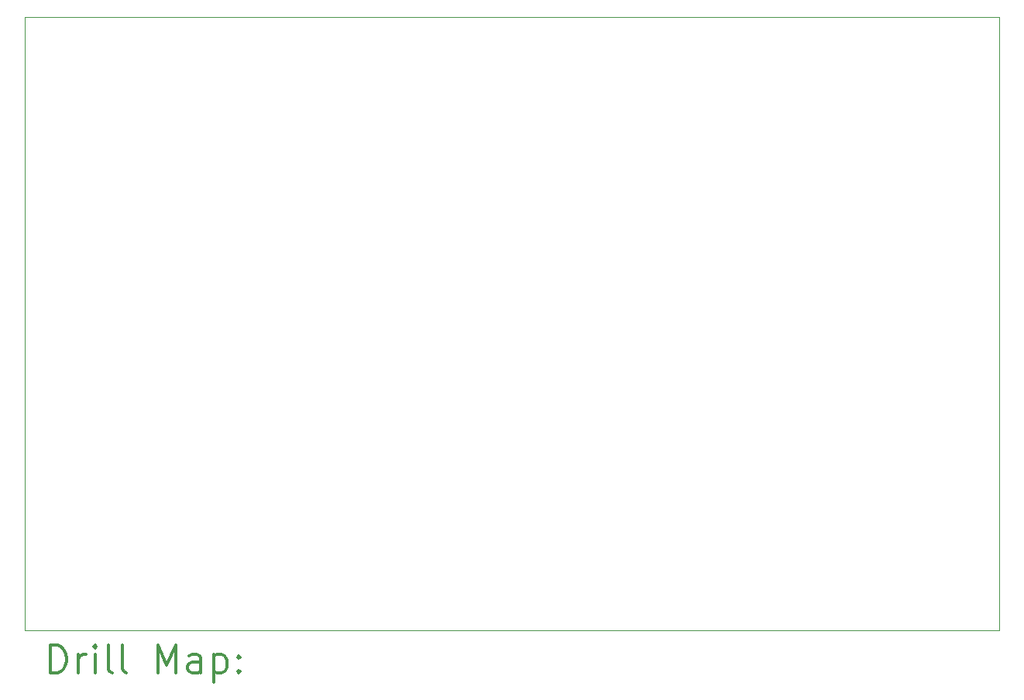
<source format=gbr>
%FSLAX45Y45*%
G04 Gerber Fmt 4.5, Leading zero omitted, Abs format (unit mm)*
G04 Created by KiCad (PCBNEW 5.1.10) date 2021-12-24 15:06:45*
%MOMM*%
%LPD*%
G01*
G04 APERTURE LIST*
%TA.AperFunction,Profile*%
%ADD10C,0.050000*%
%TD*%
%ADD11C,0.200000*%
%ADD12C,0.300000*%
G04 APERTURE END LIST*
D10*
X20000000Y-7086600D02*
X20000000Y-13792200D01*
X9347200Y-7086600D02*
X20000000Y-7086600D01*
X9347200Y-13792200D02*
X9347200Y-7086600D01*
X20000000Y-13792200D02*
X9347200Y-13792200D01*
D11*
D12*
X9631128Y-14260414D02*
X9631128Y-13960414D01*
X9702557Y-13960414D01*
X9745414Y-13974700D01*
X9773986Y-14003271D01*
X9788271Y-14031843D01*
X9802557Y-14088986D01*
X9802557Y-14131843D01*
X9788271Y-14188986D01*
X9773986Y-14217557D01*
X9745414Y-14246129D01*
X9702557Y-14260414D01*
X9631128Y-14260414D01*
X9931128Y-14260414D02*
X9931128Y-14060414D01*
X9931128Y-14117557D02*
X9945414Y-14088986D01*
X9959700Y-14074700D01*
X9988271Y-14060414D01*
X10016843Y-14060414D01*
X10116843Y-14260414D02*
X10116843Y-14060414D01*
X10116843Y-13960414D02*
X10102557Y-13974700D01*
X10116843Y-13988986D01*
X10131128Y-13974700D01*
X10116843Y-13960414D01*
X10116843Y-13988986D01*
X10302557Y-14260414D02*
X10273986Y-14246129D01*
X10259700Y-14217557D01*
X10259700Y-13960414D01*
X10459700Y-14260414D02*
X10431128Y-14246129D01*
X10416843Y-14217557D01*
X10416843Y-13960414D01*
X10802557Y-14260414D02*
X10802557Y-13960414D01*
X10902557Y-14174700D01*
X11002557Y-13960414D01*
X11002557Y-14260414D01*
X11273986Y-14260414D02*
X11273986Y-14103271D01*
X11259700Y-14074700D01*
X11231128Y-14060414D01*
X11173986Y-14060414D01*
X11145414Y-14074700D01*
X11273986Y-14246129D02*
X11245414Y-14260414D01*
X11173986Y-14260414D01*
X11145414Y-14246129D01*
X11131128Y-14217557D01*
X11131128Y-14188986D01*
X11145414Y-14160414D01*
X11173986Y-14146129D01*
X11245414Y-14146129D01*
X11273986Y-14131843D01*
X11416843Y-14060414D02*
X11416843Y-14360414D01*
X11416843Y-14074700D02*
X11445414Y-14060414D01*
X11502557Y-14060414D01*
X11531128Y-14074700D01*
X11545414Y-14088986D01*
X11559700Y-14117557D01*
X11559700Y-14203271D01*
X11545414Y-14231843D01*
X11531128Y-14246129D01*
X11502557Y-14260414D01*
X11445414Y-14260414D01*
X11416843Y-14246129D01*
X11688271Y-14231843D02*
X11702557Y-14246129D01*
X11688271Y-14260414D01*
X11673986Y-14246129D01*
X11688271Y-14231843D01*
X11688271Y-14260414D01*
X11688271Y-14074700D02*
X11702557Y-14088986D01*
X11688271Y-14103271D01*
X11673986Y-14088986D01*
X11688271Y-14074700D01*
X11688271Y-14103271D01*
M02*

</source>
